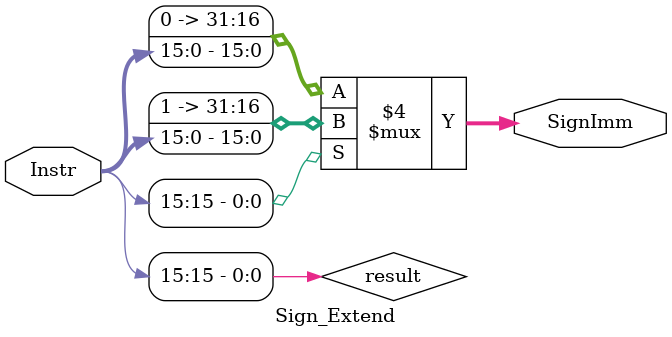
<source format=v>
module Sign_Extend (
input  wire [15:0] Instr ,
output reg  [31:0] SignImm
);

//Wire Declaration
wire result ;

//assign wires
assign result = Instr [15] ; 

//Sign Extend Combinational Circuit
always @ (*)
	begin
		if (result==1)
			SignImm = {16'hFFFF,Instr} ;
		else 
			SignImm = {16'h0000,Instr} ;
	end
endmodule 
</source>
